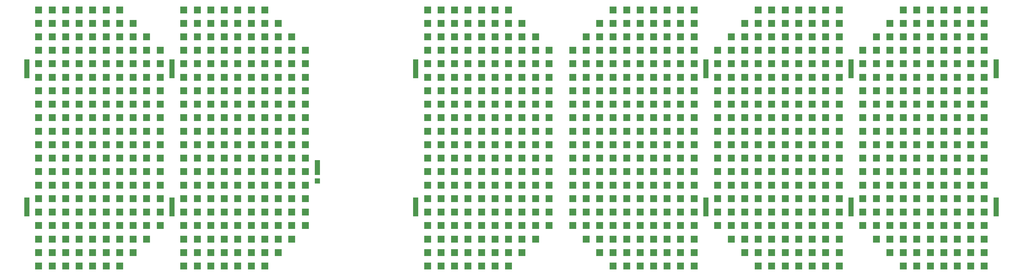
<source format=gbr>
%FSTAX44Y44*%
%MOIN*%
%SFA1B1*%

%IPPOS*%
%ADD11R,0.078740X0.078740*%
%ADD12R,0.059055X0.173228*%
%ADD13R,0.059055X0.220472*%
%ADD14R,0.059055X0.059055*%
%LNSP-MS-3U-top-paste-1*%
%LPD*%
G54D11*
X0011624Y00015944D03*
X00117814D03*
X00114665D03*
X0000748Y00019094D03*
X0011309Y00015944D03*
X0000748Y00017519D03*
X00111515Y00015944D03*
X00009055Y00019094D03*
X0010994Y00015944D03*
X00009055Y00017519D03*
X00108366Y00015944D03*
X00010629Y00019094D03*
X00106791Y00015944D03*
X00010629Y00017519D03*
X00105216Y00015944D03*
X00012204Y00019094D03*
X00103641Y00015944D03*
X00012204Y00017519D03*
X00099311Y00015944D03*
X00013779Y00019094D03*
X00100885Y00015944D03*
X00013779Y00017519D03*
X00097736Y00015944D03*
X00015354Y00019094D03*
X00094586Y00015944D03*
X00015354Y00017519D03*
X00096161Y00015944D03*
X00016929Y00019094D03*
X00093011Y00015944D03*
X00016929Y00017519D03*
X00089862Y00015944D03*
X00018503Y00019094D03*
X00091437Y00015944D03*
X00018503Y00017519D03*
X00086712Y00015944D03*
X00020078Y00019094D03*
X00088287Y00015944D03*
X00020078Y00017519D03*
X00083956Y00015944D03*
X00021653Y00019094D03*
X00082381Y00015944D03*
X00021653Y00017519D03*
X00080807Y00015944D03*
X00025984Y00017519D03*
X00079232Y00015944D03*
X00025984Y00019094D03*
X00077657Y00015944D03*
X00024409Y00017519D03*
X00076082Y00015944D03*
X00024409Y00019094D03*
X00074507Y00015944D03*
X00027559Y00017519D03*
X00072933Y00015944D03*
X00027559Y00019094D03*
X00071358Y00015944D03*
X00030708Y00017519D03*
X00069783Y00015944D03*
X00030708Y00019094D03*
X00067027Y00015944D03*
X00029133Y00017519D03*
X00065452Y00015944D03*
X00029133Y00019094D03*
X00063877Y00015944D03*
X00033858Y00017519D03*
X00062303Y00015944D03*
X00033858Y00019094D03*
X00060728Y00015944D03*
X00032283Y00017519D03*
X00059153Y00015944D03*
X00032283Y00019094D03*
X00057578Y00015944D03*
X00035433Y00017519D03*
X00056003Y00015944D03*
X00035433Y00019094D03*
X00054429Y00015944D03*
X00038582Y00017519D03*
X00052854Y00015944D03*
X00038582Y00019094D03*
X00037007Y00015944D03*
Y00017519D03*
X00038582Y00015944D03*
X00037007Y00019094D03*
X00035433Y00015944D03*
X00052854Y00019094D03*
X00032283Y00015944D03*
X00052854Y00017519D03*
X00033858Y00015944D03*
X00054429Y00019094D03*
X00029133Y00015944D03*
X00054429Y00017519D03*
X00030708Y00015944D03*
X00056003Y00019094D03*
X00027559Y00015944D03*
X00056003Y00017519D03*
X00024409Y00015944D03*
X00057578Y00019094D03*
X00025984Y00015944D03*
X00057578Y00017519D03*
X00021653Y00015944D03*
X00059153Y00019094D03*
X00020078Y00015944D03*
X00059153Y00017519D03*
X00018503Y00015944D03*
X00060728Y00019094D03*
X00016929Y00015944D03*
X00060728Y00017519D03*
X00015354Y00015944D03*
X00062303Y00019094D03*
X00013779Y00015944D03*
X00062303Y00017519D03*
X00012204Y00015944D03*
X00063877Y00019094D03*
X00010629Y00015944D03*
X00063877Y00017519D03*
X00009055Y00015944D03*
X00065452Y00019094D03*
X0000748Y00015944D03*
X00065452Y00017519D03*
X00117814Y00012795D03*
X00067027Y00019094D03*
X00117814Y0001437D03*
X00067027Y00017519D03*
X0011624Y00012795D03*
X00069783Y00019094D03*
X0011624Y0001437D03*
X00069783Y00017519D03*
X00114665Y00012795D03*
X00071358Y00019094D03*
X00114665Y0001437D03*
X00071358Y00017519D03*
X0011309Y00012795D03*
X00072933Y00019094D03*
X0011309Y0001437D03*
X00072933Y00017519D03*
X00111515Y00012795D03*
X00074507Y00019094D03*
X00111515Y0001437D03*
X00074507Y00017519D03*
X0010994Y00012795D03*
X00076082Y00019094D03*
X0010994Y0001437D03*
X00076082Y00017519D03*
X00108366Y00012795D03*
X00077657Y00019094D03*
X00108366Y0001437D03*
X00077657Y00017519D03*
X00106791Y00012795D03*
X00079232Y00019094D03*
X00106791Y0001437D03*
X00079232Y00017519D03*
X00105216Y00012795D03*
X00080807Y00019094D03*
X00105216Y0001437D03*
X00080807Y00017519D03*
X00103641Y00012795D03*
X00082381Y00019094D03*
X00103641Y0001437D03*
X00082381Y00017519D03*
X00099311Y0001437D03*
X00083956Y00019094D03*
X00099311Y00012795D03*
X00083956Y00017519D03*
X00100885Y0001437D03*
X00088287Y00017519D03*
X00100885Y00012795D03*
X00088287Y00019094D03*
X00097736Y0001437D03*
X00086712Y00017519D03*
X00097736Y00012795D03*
X00086712Y00019094D03*
X00094586Y0001437D03*
X00091437Y00017519D03*
X00094586Y00012795D03*
X00091437Y00019094D03*
X00096161Y0001437D03*
X00089862Y00017519D03*
X00096161Y00012795D03*
X00089862Y00019094D03*
X00093011Y0001437D03*
Y00017519D03*
Y00012795D03*
Y00019094D03*
X00089862Y0001437D03*
X00096161Y00017519D03*
X00089862Y00012795D03*
X00096161Y00019094D03*
X00091437Y0001437D03*
X00094586Y00017519D03*
X00091437Y00012795D03*
X00094586Y00019094D03*
X00086712Y0001437D03*
X00097736Y00017519D03*
X00086712Y00012795D03*
X00097736Y00019094D03*
X00088287Y0001437D03*
X00100885Y00017519D03*
X00088287Y00012795D03*
X00100885Y00019094D03*
X00083956Y00012795D03*
X00099311Y00017519D03*
X00083956Y0001437D03*
X00099311Y00019094D03*
X00082381Y00012795D03*
X00103641Y00019094D03*
X00082381Y0001437D03*
X00103641Y00017519D03*
X00080807Y00012795D03*
X00105216Y00019094D03*
X00080807Y0001437D03*
X00105216Y00017519D03*
X00079232Y00012795D03*
X00106791Y00019094D03*
X00079232Y0001437D03*
X00106791Y00017519D03*
X00077657Y00012795D03*
X00108366Y00019094D03*
X00077657Y0001437D03*
X00108366Y00017519D03*
X00076082Y00012795D03*
X0010994Y00019094D03*
X00076082Y0001437D03*
X0010994Y00017519D03*
X00074507Y00012795D03*
X00111515Y00019094D03*
X00074507Y0001437D03*
X00111515Y00017519D03*
X00072933Y00012795D03*
X0011309Y00019094D03*
X00072933Y0001437D03*
X0011309Y00017519D03*
X00071358Y00012795D03*
X00114665Y00019094D03*
X00071358Y0001437D03*
X00114665Y00017519D03*
X00069783Y00012795D03*
X0011624Y00019094D03*
X00069783Y0001437D03*
X0011624Y00017519D03*
X00067027Y00012795D03*
X00117814Y00019094D03*
X00067027Y0001437D03*
X00117814Y00017519D03*
X00065452Y00012795D03*
X0000748Y00020669D03*
X00065452Y0001437D03*
X00009055Y00020669D03*
X00063877Y00012795D03*
X00010629Y00020669D03*
X00063877Y0001437D03*
X00012204Y00020669D03*
X00062303Y00012795D03*
X00013779Y00020669D03*
X00062303Y0001437D03*
X00015354Y00020669D03*
X00060728Y00012795D03*
X00016929Y00020669D03*
X00060728Y0001437D03*
X00018503Y00020669D03*
X00059153Y00012795D03*
X00020078Y00020669D03*
X00059153Y0001437D03*
X00021653Y00020669D03*
X00057578Y00012795D03*
X00025984Y00020669D03*
X00057578Y0001437D03*
X00024409Y00020669D03*
X00056003Y00012795D03*
X00027559Y00020669D03*
X00056003Y0001437D03*
X00030708Y00020669D03*
X00054429Y00012795D03*
X00029133Y00020669D03*
X00054429Y0001437D03*
X00033858Y00020669D03*
X00052854Y00012795D03*
X00032283Y00020669D03*
X00052854Y0001437D03*
X00035433Y00020669D03*
G54D12*
X0004Y0001328D03*
G54D11*
X00038582Y00020669D03*
X00037007Y0001437D03*
Y00020669D03*
Y00012795D03*
X00052854Y00020669D03*
X00038582Y0001437D03*
X00054429Y00020669D03*
X00038582Y00012795D03*
X00056003Y00020669D03*
X00035433Y0001437D03*
X00057578Y00020669D03*
X00035433Y00012795D03*
X00059153Y00020669D03*
X00032283Y0001437D03*
X00060728Y00020669D03*
X00032283Y00012795D03*
X00062303Y00020669D03*
X00033858Y0001437D03*
X00063877Y00020669D03*
X00033858Y00012795D03*
X00065452Y00020669D03*
X00029133Y0001437D03*
X00067027Y00020669D03*
X00029133Y00012795D03*
X00069783Y00020669D03*
X00030708Y0001437D03*
X00071358Y00020669D03*
X00030708Y00012795D03*
X00072933Y00020669D03*
X00027559Y0001437D03*
X00074507Y00020669D03*
X00027559Y00012795D03*
X00076082Y00020669D03*
X00024409Y0001437D03*
X00077657Y00020669D03*
X00024409Y00012795D03*
X00079232Y00020669D03*
X00025984Y0001437D03*
X00080807Y00020669D03*
X00025984Y00012795D03*
X00082381Y00020669D03*
X00021653Y00012795D03*
X00083956Y00020669D03*
X00021653Y0001437D03*
X00088287Y00020669D03*
X00020078Y00012795D03*
X00086712Y00020669D03*
X00020078Y0001437D03*
X00091437Y00020669D03*
X00018503Y00012795D03*
X00089862Y00020669D03*
X00018503Y0001437D03*
X00093011Y00020669D03*
X00016929Y00012795D03*
X00096161Y00020669D03*
X00016929Y0001437D03*
X00094586Y00020669D03*
X00015354Y00012795D03*
X00097736Y00020669D03*
X00015354Y0001437D03*
X00100885Y00020669D03*
X00013779Y00012795D03*
X00099311Y00020669D03*
X00013779Y0001437D03*
X00103641Y00020669D03*
X00012204Y00012795D03*
X00105216Y00020669D03*
X00012204Y0001437D03*
X00106791Y00020669D03*
X00010629Y00012795D03*
X00108366Y00020669D03*
X00010629Y0001437D03*
X0010994Y00020669D03*
X00009055Y00012795D03*
X00111515Y00020669D03*
X00009055Y0001437D03*
X0011309Y00020669D03*
X0000748Y00012795D03*
X00114665Y00020669D03*
X0000748Y0001437D03*
X0011624Y00020669D03*
X00117814Y0001122D03*
Y00020669D03*
X0011624Y0001122D03*
G54D13*
X00006102Y00024803D03*
G54D11*
X00114665Y0001122D03*
X0000748Y00023818D03*
X0011309Y0001122D03*
X0000748Y00022244D03*
X00111515Y0001122D03*
X00009055Y00023818D03*
X0010994Y0001122D03*
X00009055Y00022244D03*
X00108366Y0001122D03*
X00010629Y00023818D03*
X00106791Y0001122D03*
X00010629Y00022244D03*
X00105216Y0001122D03*
X00012204Y00023818D03*
X00103641Y0001122D03*
X00012204Y00022244D03*
X00099311Y0001122D03*
X00013779Y00023818D03*
X00100885Y0001122D03*
X00013779Y00022244D03*
X00097736Y0001122D03*
X00015354Y00023818D03*
X00094586Y0001122D03*
X00015354Y00022244D03*
X00096161Y0001122D03*
X00016929Y00023818D03*
X00093011Y0001122D03*
X00016929Y00022244D03*
X00089862Y0001122D03*
X00018503Y00023818D03*
X00091437Y0001122D03*
X00018503Y00022244D03*
X00086712Y0001122D03*
X00020078Y00023818D03*
X00088287Y0001122D03*
X00020078Y00022244D03*
X00083956Y0001122D03*
G54D13*
X00023031Y00024803D03*
G54D11*
X00082381Y0001122D03*
X00021653Y00023818D03*
X00080807Y0001122D03*
X00021653Y00022244D03*
X00079232Y0001122D03*
X00025984Y00022244D03*
X00077657Y0001122D03*
X00025984Y00023818D03*
X00076082Y0001122D03*
X00024409Y00022244D03*
X00074507Y0001122D03*
X00024409Y00023818D03*
X00072933Y0001122D03*
X00027559Y00022244D03*
X00071358Y0001122D03*
X00027559Y00023818D03*
X00069783Y0001122D03*
X00030708Y00022244D03*
X00067027Y0001122D03*
X00030708Y00023818D03*
X00065452Y0001122D03*
X00029133Y00022244D03*
X00063877Y0001122D03*
X00029133Y00023818D03*
X00062303Y0001122D03*
X00033858Y00022244D03*
X00060728Y0001122D03*
X00033858Y00023818D03*
X00059153Y0001122D03*
X00032283Y00022244D03*
X00057578Y0001122D03*
X00032283Y00023818D03*
X00056003Y0001122D03*
X00035433Y00022244D03*
X00054429Y0001122D03*
X00035433Y00023818D03*
X00052854Y0001122D03*
X00038582Y00022244D03*
G54D14*
X0004Y00011705D03*
G54D11*
X00038582Y00023818D03*
X00037007Y0001122D03*
Y00022244D03*
X00038582Y0001122D03*
X00037007Y00023818D03*
X00035433Y0001122D03*
G54D13*
X00051476Y00024803D03*
G54D11*
X00032283Y0001122D03*
X00052854Y00023818D03*
X00033858Y0001122D03*
X00052854Y00022244D03*
X00029133Y0001122D03*
X00054429Y00023818D03*
X00030708Y0001122D03*
X00054429Y00022244D03*
X00027559Y0001122D03*
X00056003Y00023818D03*
X00024409Y0001122D03*
X00056003Y00022244D03*
X00025984Y0001122D03*
X00057578Y00023818D03*
X00021653Y0001122D03*
X00057578Y00022244D03*
X00020078Y0001122D03*
X00059153Y00023818D03*
X00018503Y0001122D03*
X00059153Y00022244D03*
X00016929Y0001122D03*
X00060728Y00023818D03*
X00015354Y0001122D03*
X00060728Y00022244D03*
X00013779Y0001122D03*
X00062303Y00023818D03*
X00012204Y0001122D03*
X00062303Y00022244D03*
X00010629Y0001122D03*
X00063877Y00023818D03*
X00009055Y0001122D03*
X00063877Y00022244D03*
X0000748Y0001122D03*
X00065452Y00023818D03*
G54D13*
X00119192Y00008661D03*
G54D11*
X00065452Y00022244D03*
X00117814Y0000807D03*
X00067027Y00023818D03*
X00117814Y00009645D03*
X00067027Y00022244D03*
X0011624Y0000807D03*
X00069783Y00023818D03*
X0011624Y00009645D03*
X00069783Y00022244D03*
X00114665Y0000807D03*
X00071358Y00023818D03*
X00114665Y00009645D03*
X00071358Y00022244D03*
X0011309Y0000807D03*
X00072933Y00023818D03*
X0011309Y00009645D03*
X00072933Y00022244D03*
X00111515Y0000807D03*
X00074507Y00023818D03*
X00111515Y00009645D03*
X00074507Y00022244D03*
X0010994Y0000807D03*
X00076082Y00023818D03*
X0010994Y00009645D03*
X00076082Y00022244D03*
X00108366Y0000807D03*
X00077657Y00023818D03*
X00108366Y00009645D03*
X00077657Y00022244D03*
X00106791Y0000807D03*
X00079232Y00023818D03*
X00106791Y00009645D03*
X00079232Y00022244D03*
X00105216Y0000807D03*
X00080807Y00023818D03*
X00105216Y00009645D03*
X00080807Y00022244D03*
X00103641Y0000807D03*
X00082381Y00023818D03*
X00103641Y00009645D03*
X00082381Y00022244D03*
G54D13*
X00102263Y00008661D03*
G54D11*
X00083956Y00023818D03*
X00099311Y00009645D03*
X00083956Y00022244D03*
X00099311Y0000807D03*
G54D13*
X00085334Y00024803D03*
G54D11*
X00100885Y00009645D03*
X00088287Y00022244D03*
X00100885Y0000807D03*
X00088287Y00023818D03*
X00097736Y00009645D03*
X00086712Y00022244D03*
X00097736Y0000807D03*
X00086712Y00023818D03*
X00094586Y00009645D03*
X00091437Y00022244D03*
X00094586Y0000807D03*
X00091437Y00023818D03*
X00096161Y00009645D03*
X00089862Y00022244D03*
X00096161Y0000807D03*
X00089862Y00023818D03*
X00093011Y00009645D03*
Y00022244D03*
Y0000807D03*
Y00023818D03*
X00089862Y00009645D03*
X00096161Y00022244D03*
X00089862Y0000807D03*
X00096161Y00023818D03*
X00091437Y00009645D03*
X00094586Y00022244D03*
X00091437Y0000807D03*
X00094586Y00023818D03*
X00086712Y00009645D03*
X00097736Y00022244D03*
X00086712Y0000807D03*
X00097736Y00023818D03*
X00088287Y00009645D03*
X00100885Y00022244D03*
X00088287Y0000807D03*
X00100885Y00023818D03*
G54D13*
X00085334Y00008661D03*
G54D11*
X00099311Y00022244D03*
X00083956Y0000807D03*
X00099311Y00023818D03*
X00083956Y00009645D03*
G54D13*
X00102263Y00024803D03*
G54D11*
X00082381Y0000807D03*
X00103641Y00023818D03*
X00082381Y00009645D03*
X00103641Y00022244D03*
X00080807Y0000807D03*
X00105216Y00023818D03*
X00080807Y00009645D03*
X00105216Y00022244D03*
X00079232Y0000807D03*
X00106791Y00023818D03*
X00079232Y00009645D03*
X00106791Y00022244D03*
X00077657Y0000807D03*
X00108366Y00023818D03*
X00077657Y00009645D03*
X00108366Y00022244D03*
X00076082Y0000807D03*
X0010994Y00023818D03*
X00076082Y00009645D03*
X0010994Y00022244D03*
X00074507Y0000807D03*
X00111515Y00023818D03*
X00074507Y00009645D03*
X00111515Y00022244D03*
X00072933Y0000807D03*
X0011309Y00023818D03*
X00072933Y00009645D03*
X0011309Y00022244D03*
X00071358Y0000807D03*
X00114665Y00023818D03*
X00071358Y00009645D03*
X00114665Y00022244D03*
X00069783Y0000807D03*
X0011624Y00023818D03*
X00069783Y00009645D03*
X0011624Y00022244D03*
X00067027Y0000807D03*
X00117814Y00023818D03*
X00067027Y00009645D03*
X00117814Y00022244D03*
X00065452Y0000807D03*
G54D13*
X00119192Y00024803D03*
G54D11*
X00065452Y00009645D03*
X0000748Y00026968D03*
X00063877Y0000807D03*
X0000748Y00025393D03*
X00063877Y00009645D03*
X00009055Y00026968D03*
X00062303Y0000807D03*
X00009055Y00025393D03*
X00062303Y00009645D03*
X00010629Y00026968D03*
X00060728Y0000807D03*
X00010629Y00025393D03*
X00060728Y00009645D03*
X00012204Y00026968D03*
X00059153Y0000807D03*
X00012204Y00025393D03*
X00059153Y00009645D03*
X00013779Y00026968D03*
X00057578Y0000807D03*
X00013779Y00025393D03*
X00057578Y00009645D03*
X00015354Y00026968D03*
X00056003Y0000807D03*
X00015354Y00025393D03*
X00056003Y00009645D03*
X00016929Y00026968D03*
X00054429Y0000807D03*
X00016929Y00025393D03*
X00054429Y00009645D03*
X00018503Y00026968D03*
X00052854Y0000807D03*
X00018503Y00025393D03*
X00052854Y00009645D03*
X00020078Y00026968D03*
G54D13*
X00051476Y00008661D03*
G54D11*
X00020078Y00025393D03*
X00037007Y00009645D03*
X00021653Y00026968D03*
X00037007Y0000807D03*
X00021653Y00025393D03*
X00038582Y00009645D03*
X00025984Y00025393D03*
X00038582Y0000807D03*
X00025984Y00026968D03*
X00035433Y00009645D03*
X00024409Y00025393D03*
X00035433Y0000807D03*
X00024409Y00026968D03*
X00032283Y00009645D03*
X00027559Y00025393D03*
X00032283Y0000807D03*
X00027559Y00026968D03*
X00033858Y00009645D03*
X00030708Y00025393D03*
X00033858Y0000807D03*
X00030708Y00026968D03*
X00029133Y00009645D03*
Y00025393D03*
Y0000807D03*
Y00026968D03*
X00030708Y00009645D03*
X00033858Y00025393D03*
X00030708Y0000807D03*
X00033858Y00026968D03*
X00027559Y00009645D03*
X00032283Y00025393D03*
X00027559Y0000807D03*
X00032283Y00026968D03*
X00024409Y00009645D03*
X00035433Y00025393D03*
X00024409Y0000807D03*
X00035433Y00026968D03*
X00025984Y00009645D03*
X00038582Y00025393D03*
X00025984Y0000807D03*
X00038582Y00026968D03*
X00021653Y0000807D03*
X00037007Y00025393D03*
X00021653Y00009645D03*
X00037007Y00026968D03*
G54D13*
X00023031Y00008661D03*
G54D11*
X00052854Y00026968D03*
X00020078Y0000807D03*
X00052854Y00025393D03*
X00020078Y00009645D03*
X00054429Y00026968D03*
X00018503Y0000807D03*
X00054429Y00025393D03*
X00018503Y00009645D03*
X00056003Y00026968D03*
X00016929Y0000807D03*
X00056003Y00025393D03*
X00016929Y00009645D03*
X00057578Y00026968D03*
X00015354Y0000807D03*
X00057578Y00025393D03*
X00015354Y00009645D03*
X00059153Y00026968D03*
X00013779Y0000807D03*
X00059153Y00025393D03*
X00013779Y00009645D03*
X00060728Y00026968D03*
X00012204Y0000807D03*
X00060728Y00025393D03*
X00012204Y00009645D03*
X00062303Y00026968D03*
X00010629Y0000807D03*
X00062303Y00025393D03*
X00010629Y00009645D03*
X00063877Y00026968D03*
X00009055Y0000807D03*
X00063877Y00025393D03*
X00009055Y00009645D03*
X00065452Y00026968D03*
X0000748Y0000807D03*
X00065452Y00025393D03*
X0000748Y00009645D03*
X00067027Y00026968D03*
G54D13*
X00006102Y00008661D03*
G54D11*
X00067027Y00025393D03*
X00117814Y00004921D03*
X00069783Y00025393D03*
X00117814Y00006496D03*
X00071358Y00026968D03*
X0011624Y00004921D03*
X00071358Y00025393D03*
X0011624Y00006496D03*
X00069783Y00026968D03*
X00114665Y00004921D03*
X00072933Y00026968D03*
X00114665Y00006496D03*
X00072933Y00025393D03*
X0011309Y00004921D03*
X00074507Y00026968D03*
X0011309Y00006496D03*
X00074507Y00025393D03*
X00111515Y00004921D03*
X00076082Y00026968D03*
X00111515Y00006496D03*
X00076082Y00025393D03*
X0010994Y00004921D03*
X00077657Y00026968D03*
X0010994Y00006496D03*
X00077657Y00025393D03*
X00108366Y00004921D03*
X00079232Y00026968D03*
X00108366Y00006496D03*
X00079232Y00025393D03*
X00106791Y00004921D03*
X00080807Y00026968D03*
X00106791Y00006496D03*
X00080807Y00025393D03*
X00105216Y00004921D03*
X00082381Y00026968D03*
X00105216Y00006496D03*
X00082381Y00025393D03*
X00103641Y00006496D03*
X00083956Y00026968D03*
X00099311Y00006496D03*
X00083956Y00025393D03*
X00099311Y00004921D03*
X00086712Y00026968D03*
X00100885Y00006496D03*
X00088287Y00025393D03*
X00100885Y00004921D03*
X00088287Y00026968D03*
X00097736Y00006496D03*
X00086712Y00025393D03*
X00097736Y00004921D03*
X00091437Y00025393D03*
X00094586Y00006496D03*
X00091437Y00026968D03*
X00094586Y00004921D03*
X00089862Y00025393D03*
X00096161Y00006496D03*
X00089862Y00026968D03*
X00096161Y00004921D03*
X00093011Y00025393D03*
Y00006496D03*
Y00026968D03*
Y00004921D03*
X00096161Y00025393D03*
X00089862Y00006496D03*
X00096161Y00026968D03*
X00089862Y00004921D03*
X00094586Y00025393D03*
X00091437Y00006496D03*
X00094586Y00026968D03*
X00091437Y00004921D03*
X00097736Y00025393D03*
X00086712Y00006496D03*
X00097736Y00026968D03*
X00088287Y00006496D03*
X00100885Y00025393D03*
X00088287Y00004921D03*
X00100885Y00026968D03*
X00083956Y00004921D03*
X00099311Y00025393D03*
X00083956Y00006496D03*
X00099311Y00026968D03*
X00082381Y00004921D03*
X00103641Y00025393D03*
X00082381Y00006496D03*
X00103641Y00026968D03*
X00080807Y00004921D03*
X00105216Y00026968D03*
X00080807Y00006496D03*
X00105216Y00025393D03*
X00079232Y00004921D03*
X00106791Y00026968D03*
X00079232Y00006496D03*
X00106791Y00025393D03*
X00077657Y00004921D03*
X00108366Y00026968D03*
X00077657Y00006496D03*
X00108366Y00025393D03*
X00076082Y00004921D03*
X0010994Y00026968D03*
X00076082Y00006496D03*
X0010994Y00025393D03*
X00074507Y00004921D03*
X00111515Y00026968D03*
X00074507Y00006496D03*
X00111515Y00025393D03*
X00072933Y00004921D03*
X0011309Y00026968D03*
X00072933Y00006496D03*
X0011309Y00025393D03*
X00071358Y00004921D03*
X00114665Y00026968D03*
X00071358Y00006496D03*
X00114665Y00025393D03*
X00069783Y00006496D03*
X0011624Y00026968D03*
X00067027Y00006496D03*
X0011624Y00025393D03*
X00065452Y00006496D03*
X00117814Y00026968D03*
X00065452Y00004921D03*
X00117814Y00025393D03*
X00063877Y00004921D03*
X0000748Y00028543D03*
X00063877Y00006496D03*
X00009055Y00028543D03*
X00062303Y00004921D03*
X00010629Y00028543D03*
X00062303Y00006496D03*
X00012204Y00028543D03*
X00060728Y00004921D03*
X00013779Y00028543D03*
X00060728Y00006496D03*
X00015354Y00028543D03*
X00059153Y00004921D03*
X00016929Y00028543D03*
X00059153Y00006496D03*
X00018503Y00028543D03*
X00057578Y00004921D03*
X00020078Y00028543D03*
X00057578Y00006496D03*
X00025984Y00028543D03*
X00056003Y00004921D03*
X00024409Y00028543D03*
X00056003Y00006496D03*
X00027559Y00028543D03*
X00054429Y00004921D03*
X00030708Y00028543D03*
X00054429Y00006496D03*
X00029133Y00028543D03*
X00052854Y00004921D03*
X00033858Y00028543D03*
X00052854Y00006496D03*
X00032283Y00028543D03*
X00038582Y00006496D03*
X00035433Y00028543D03*
X00037007Y00004921D03*
Y00028543D03*
Y00006496D03*
X00052854Y00028543D03*
X00035433Y00006496D03*
X00054429Y00028543D03*
X00035433Y00004921D03*
X00056003Y00028543D03*
X00032283Y00006496D03*
X00057578Y00028543D03*
X00032283Y00004921D03*
X00059153Y00028543D03*
X00033858Y00006496D03*
X00060728Y00028543D03*
X00033858Y00004921D03*
X00062303Y00028543D03*
X00029133Y00006496D03*
X00063877Y00028543D03*
X00029133Y00004921D03*
X00065452Y00028543D03*
X00030708Y00006496D03*
X00071358Y00028543D03*
X00030708Y00004921D03*
X00072933Y00028543D03*
X00027559Y00006496D03*
X00074507Y00028543D03*
X00027559Y00004921D03*
X00076082Y00028543D03*
X00024409Y00006496D03*
X00077657Y00028543D03*
X00024409Y00004921D03*
X00079232Y00028543D03*
X00025984Y00006496D03*
X00080807Y00028543D03*
X00025984Y00004921D03*
X00082381Y00028543D03*
X00021653Y00006496D03*
X00083956Y00028543D03*
X00020078Y00006496D03*
X00088287Y00028543D03*
X00020078Y00004921D03*
X00091437Y00028543D03*
X00018503Y00004921D03*
X00089862Y00028543D03*
X00018503Y00006496D03*
X00093011Y00028543D03*
X00016929Y00004921D03*
X00096161Y00028543D03*
X00016929Y00006496D03*
X00094586Y00028543D03*
X00015354Y00004921D03*
X00097736Y00028543D03*
X00015354Y00006496D03*
X00100885Y00028543D03*
X00013779Y00004921D03*
X00099311Y00028543D03*
X00013779Y00006496D03*
X00105216Y00028543D03*
X00012204Y00004921D03*
X00106791Y00028543D03*
X00012204Y00006496D03*
X00108366Y00028543D03*
X00010629Y00004921D03*
X0010994Y00028543D03*
X00010629Y00006496D03*
X00111515Y00028543D03*
X00009055Y00004921D03*
X0011309Y00028543D03*
X00009055Y00006496D03*
X00114665Y00028543D03*
X0000748Y00004921D03*
X0011624Y00028543D03*
X0000748Y00006496D03*
X00117814Y00028543D03*
Y00003346D03*
X0000748Y00031692D03*
X0011624Y00003346D03*
X0000748Y00030118D03*
X00114665Y00003346D03*
X00009055Y00031692D03*
X0011309Y00003346D03*
X00009055Y00030118D03*
X00111515Y00003346D03*
X00010629Y00031692D03*
X0010994Y00003346D03*
X00010629Y00030118D03*
X00108366Y00003346D03*
X00012204Y00031692D03*
X00106791Y00003346D03*
X00012204Y00030118D03*
X00099311Y00003346D03*
X00013779Y00031692D03*
X00100885Y00003346D03*
X00013779Y00030118D03*
X00097736Y00003346D03*
X00015354Y00031692D03*
X00094586Y00003346D03*
X00015354Y00030118D03*
X00096161Y00003346D03*
X00016929Y00031692D03*
X00093011Y00003346D03*
X00016929Y00030118D03*
X00089862Y00003346D03*
X00018503Y00030118D03*
X00091437Y00003346D03*
X00025984Y00030118D03*
X00083956Y00003346D03*
X00025984Y00031692D03*
X00082381Y00003346D03*
X00024409Y00030118D03*
X00080807Y00003346D03*
X00024409Y00031692D03*
X00079232Y00003346D03*
X00027559Y00030118D03*
X00077657Y00003346D03*
X00027559Y00031692D03*
X00076082Y00003346D03*
X00030708Y00030118D03*
X00074507Y00003346D03*
X00030708Y00031692D03*
X00072933Y00003346D03*
X00029133Y00030118D03*
X00062303Y00003346D03*
X00029133Y00031692D03*
X00063877Y00003346D03*
X00033858Y00030118D03*
X00060728Y00003346D03*
X00033858Y00031692D03*
X00059153Y00003346D03*
X00032283Y00030118D03*
X00057578Y00003346D03*
X00032283Y00031692D03*
X00056003Y00003346D03*
X00035433Y00030118D03*
X00054429Y00003346D03*
X00052854Y00031692D03*
Y00003346D03*
Y00030118D03*
X00035433Y00003346D03*
X00054429Y00031692D03*
X00032283Y00003346D03*
X00054429Y00030118D03*
X00033858Y00003346D03*
X00056003Y00031692D03*
X00029133Y00003346D03*
X00056003Y00030118D03*
X00030708Y00003346D03*
X00057578Y00031692D03*
X00027559Y00003346D03*
X00057578Y00030118D03*
X00024409Y00003346D03*
X00059153Y00031692D03*
X00025984Y00003346D03*
X00059153Y00030118D03*
X00016929Y00003346D03*
X00060728Y00031692D03*
X00018503Y00003346D03*
X00060728Y00030118D03*
X00015354Y00003346D03*
X00062303Y00031692D03*
X00013779Y00003346D03*
X00062303Y00030118D03*
X00012204Y00003346D03*
X00063877Y00030118D03*
X00010629Y00003346D03*
X00072933Y00030118D03*
X00009055Y00003346D03*
X00074507Y00030118D03*
X0000748Y00003346D03*
X00076082Y00030118D03*
X00117814Y00001771D03*
X00076082Y00031692D03*
X0011624Y00001771D03*
X00074507Y00031692D03*
X00114665Y00001771D03*
X00077657Y00030118D03*
X0011309Y00001771D03*
X00077657Y00031692D03*
X00111515Y00001771D03*
X00079232Y00030118D03*
X0010994Y00001771D03*
X00080807Y00030118D03*
X00108366Y00001771D03*
X00080807Y00031692D03*
X00099311Y00001771D03*
X00079232Y00031692D03*
X00100885Y00001771D03*
X00082381Y00030118D03*
X00097736Y00001771D03*
X00083956Y00030118D03*
X00094586Y00001771D03*
X00083956Y00031692D03*
X00096161Y00001771D03*
X00082381Y00031692D03*
X00093011Y00001771D03*
X00089862Y00030118D03*
X00091437Y00001771D03*
Y00031692D03*
X00083956Y00001771D03*
X00091437Y00030118D03*
X00082381Y00001771D03*
X00093011Y00031692D03*
X00080807Y00001771D03*
X00093011Y00030118D03*
X00079232Y00001771D03*
X00094586Y00031692D03*
X00077657Y00001771D03*
X00096161Y00031692D03*
X00076082Y00001771D03*
X00096161Y00030118D03*
X00074507Y00001771D03*
X00094586Y00030118D03*
X00062303Y00001771D03*
X00097736Y00031692D03*
X00059153Y00001771D03*
X00097736Y00030118D03*
X00060728Y00001771D03*
X00099311Y00031692D03*
X00057578Y00001771D03*
X00100885Y00031692D03*
X00054429Y00001771D03*
X00100885Y00030118D03*
X00056003Y00001771D03*
X00099311Y00030118D03*
X00052854Y00001771D03*
X00108366Y00030118D03*
X00033858Y00001771D03*
X00108366Y00031692D03*
X00032283Y00001771D03*
X00106791Y00030118D03*
X00030708Y00001771D03*
X0010994Y00030118D03*
X00029133Y00001771D03*
X00111515Y00030118D03*
X00027559Y00001771D03*
X00111515Y00031692D03*
X00025984Y00001771D03*
X0010994Y00031692D03*
X00024409Y00001771D03*
X0011309Y00030118D03*
X00016929Y00001771D03*
X0011309Y00031692D03*
X00015354Y00001771D03*
X00114665Y00030118D03*
X00012204Y00001771D03*
X0011624Y00030118D03*
X00013779Y00001771D03*
X0011624Y00031692D03*
X00010629Y00001771D03*
X00114665Y00031692D03*
X0000748Y00001771D03*
X00117814Y00030118D03*
X00009055Y00001771D03*
X00117814Y00031692D03*
M02*
</source>
